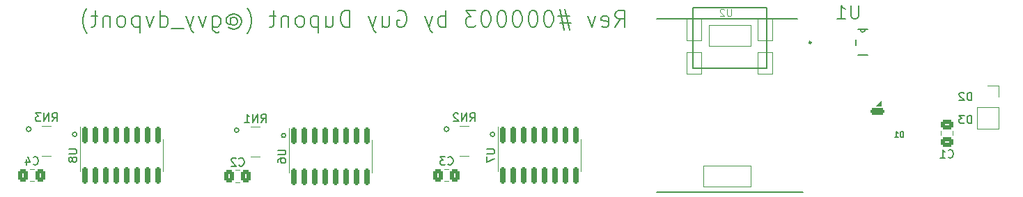
<source format=gbo>
G04 #@! TF.GenerationSoftware,KiCad,Pcbnew,(6.0.6-0)*
G04 #@! TF.CreationDate,2022-09-14T12:48:58-04:00*
G04 #@! TF.ProjectId,dial_toner_mx,6469616c-5f74-46f6-9e65-725f6d782e6b,rev?*
G04 #@! TF.SameCoordinates,Original*
G04 #@! TF.FileFunction,Legend,Bot*
G04 #@! TF.FilePolarity,Positive*
%FSLAX46Y46*%
G04 Gerber Fmt 4.6, Leading zero omitted, Abs format (unit mm)*
G04 Created by KiCad (PCBNEW (6.0.6-0)) date 2022-09-14 12:48:58*
%MOMM*%
%LPD*%
G01*
G04 APERTURE LIST*
G04 Aperture macros list*
%AMRoundRect*
0 Rectangle with rounded corners*
0 $1 Rounding radius*
0 $2 $3 $4 $5 $6 $7 $8 $9 X,Y pos of 4 corners*
0 Add a 4 corners polygon primitive as box body*
4,1,4,$2,$3,$4,$5,$6,$7,$8,$9,$2,$3,0*
0 Add four circle primitives for the rounded corners*
1,1,$1+$1,$2,$3*
1,1,$1+$1,$4,$5*
1,1,$1+$1,$6,$7*
1,1,$1+$1,$8,$9*
0 Add four rect primitives between the rounded corners*
20,1,$1+$1,$2,$3,$4,$5,0*
20,1,$1+$1,$4,$5,$6,$7,0*
20,1,$1+$1,$6,$7,$8,$9,0*
20,1,$1+$1,$8,$9,$2,$3,0*%
G04 Aperture macros list end*
%ADD10C,0.150000*%
%ADD11C,0.101600*%
%ADD12C,0.120000*%
%ADD13C,0.152400*%
%ADD14C,0.100000*%
%ADD15C,0.066040*%
%ADD16C,0.127000*%
%ADD17C,0.254000*%
%ADD18R,1.700000X1.700000*%
%ADD19O,1.700000X1.700000*%
%ADD20RoundRect,0.250000X0.337500X0.475000X-0.337500X0.475000X-0.337500X-0.475000X0.337500X-0.475000X0*%
%ADD21RoundRect,0.250000X-0.475000X0.337500X-0.475000X-0.337500X0.475000X-0.337500X0.475000X0.337500X0*%
%ADD22C,1.700000*%
%ADD23C,1.701800*%
%ADD24C,0.990600*%
%ADD25C,3.429000*%
%ADD26C,2.032000*%
%ADD27R,0.800000X0.480000*%
%ADD28R,0.800000X0.320000*%
%ADD29R,1.270000X0.558800*%
%ADD30R,1.700000X0.820000*%
%ADD31RoundRect,0.205000X0.645000X0.205000X-0.645000X0.205000X-0.645000X-0.205000X0.645000X-0.205000X0*%
%ADD32RoundRect,0.150000X-0.150000X0.825000X-0.150000X-0.825000X0.150000X-0.825000X0.150000X0.825000X0*%
%ADD33O,2.748280X1.998980*%
G04 APERTURE END LIST*
D10*
X206605095Y-131516380D02*
X206605095Y-130516380D01*
X206367000Y-130516380D01*
X206224142Y-130564000D01*
X206128904Y-130659238D01*
X206081285Y-130754476D01*
X206033666Y-130944952D01*
X206033666Y-131087809D01*
X206081285Y-131278285D01*
X206128904Y-131373523D01*
X206224142Y-131468761D01*
X206367000Y-131516380D01*
X206605095Y-131516380D01*
X205700333Y-130516380D02*
X205081285Y-130516380D01*
X205414619Y-130897333D01*
X205271761Y-130897333D01*
X205176523Y-130944952D01*
X205128904Y-130992571D01*
X205081285Y-131087809D01*
X205081285Y-131325904D01*
X205128904Y-131421142D01*
X205176523Y-131468761D01*
X205271761Y-131516380D01*
X205557476Y-131516380D01*
X205652714Y-131468761D01*
X205700333Y-131421142D01*
X206605095Y-128722380D02*
X206605095Y-127722380D01*
X206367000Y-127722380D01*
X206224142Y-127770000D01*
X206128904Y-127865238D01*
X206081285Y-127960476D01*
X206033666Y-128150952D01*
X206033666Y-128293809D01*
X206081285Y-128484285D01*
X206128904Y-128579523D01*
X206224142Y-128674761D01*
X206367000Y-128722380D01*
X206605095Y-128722380D01*
X205652714Y-127817619D02*
X205605095Y-127770000D01*
X205509857Y-127722380D01*
X205271761Y-127722380D01*
X205176523Y-127770000D01*
X205128904Y-127817619D01*
X205081285Y-127912857D01*
X205081285Y-128008095D01*
X205128904Y-128150952D01*
X205700333Y-128722380D01*
X205081285Y-128722380D01*
X143031981Y-132207000D02*
G75*
G03*
X143031981Y-132207000I-283981J0D01*
G01*
X117475000Y-132334000D02*
G75*
G03*
X117475000Y-132334000I-254000J0D01*
G01*
X92231981Y-132207000D02*
G75*
G03*
X92231981Y-132207000I-283981J0D01*
G01*
X123190000Y-132969000D02*
G75*
G03*
X123190000Y-132969000I-254000J0D01*
G01*
X148590000Y-132842000D02*
G75*
G03*
X148590000Y-132842000I-254000J0D01*
G01*
X97790000Y-132842000D02*
G75*
G03*
X97790000Y-132842000I-254000J0D01*
G01*
X163254523Y-119776761D02*
X163921190Y-118824380D01*
X164397380Y-119776761D02*
X164397380Y-117776761D01*
X163635476Y-117776761D01*
X163445000Y-117872000D01*
X163349761Y-117967238D01*
X163254523Y-118157714D01*
X163254523Y-118443428D01*
X163349761Y-118633904D01*
X163445000Y-118729142D01*
X163635476Y-118824380D01*
X164397380Y-118824380D01*
X161635476Y-119681523D02*
X161825952Y-119776761D01*
X162206904Y-119776761D01*
X162397380Y-119681523D01*
X162492619Y-119491047D01*
X162492619Y-118729142D01*
X162397380Y-118538666D01*
X162206904Y-118443428D01*
X161825952Y-118443428D01*
X161635476Y-118538666D01*
X161540238Y-118729142D01*
X161540238Y-118919619D01*
X162492619Y-119110095D01*
X160873571Y-118443428D02*
X160397380Y-119776761D01*
X159921190Y-118443428D01*
X157730714Y-118443428D02*
X156302142Y-118443428D01*
X157159285Y-117586285D02*
X157730714Y-120157714D01*
X156492619Y-119300571D02*
X157921190Y-119300571D01*
X157064047Y-120157714D02*
X156492619Y-117586285D01*
X155254523Y-117776761D02*
X155064047Y-117776761D01*
X154873571Y-117872000D01*
X154778333Y-117967238D01*
X154683095Y-118157714D01*
X154587857Y-118538666D01*
X154587857Y-119014857D01*
X154683095Y-119395809D01*
X154778333Y-119586285D01*
X154873571Y-119681523D01*
X155064047Y-119776761D01*
X155254523Y-119776761D01*
X155445000Y-119681523D01*
X155540238Y-119586285D01*
X155635476Y-119395809D01*
X155730714Y-119014857D01*
X155730714Y-118538666D01*
X155635476Y-118157714D01*
X155540238Y-117967238D01*
X155445000Y-117872000D01*
X155254523Y-117776761D01*
X153349761Y-117776761D02*
X153159285Y-117776761D01*
X152968809Y-117872000D01*
X152873571Y-117967238D01*
X152778333Y-118157714D01*
X152683095Y-118538666D01*
X152683095Y-119014857D01*
X152778333Y-119395809D01*
X152873571Y-119586285D01*
X152968809Y-119681523D01*
X153159285Y-119776761D01*
X153349761Y-119776761D01*
X153540238Y-119681523D01*
X153635476Y-119586285D01*
X153730714Y-119395809D01*
X153825952Y-119014857D01*
X153825952Y-118538666D01*
X153730714Y-118157714D01*
X153635476Y-117967238D01*
X153540238Y-117872000D01*
X153349761Y-117776761D01*
X151445000Y-117776761D02*
X151254523Y-117776761D01*
X151064047Y-117872000D01*
X150968809Y-117967238D01*
X150873571Y-118157714D01*
X150778333Y-118538666D01*
X150778333Y-119014857D01*
X150873571Y-119395809D01*
X150968809Y-119586285D01*
X151064047Y-119681523D01*
X151254523Y-119776761D01*
X151445000Y-119776761D01*
X151635476Y-119681523D01*
X151730714Y-119586285D01*
X151825952Y-119395809D01*
X151921190Y-119014857D01*
X151921190Y-118538666D01*
X151825952Y-118157714D01*
X151730714Y-117967238D01*
X151635476Y-117872000D01*
X151445000Y-117776761D01*
X149540238Y-117776761D02*
X149349761Y-117776761D01*
X149159285Y-117872000D01*
X149064047Y-117967238D01*
X148968809Y-118157714D01*
X148873571Y-118538666D01*
X148873571Y-119014857D01*
X148968809Y-119395809D01*
X149064047Y-119586285D01*
X149159285Y-119681523D01*
X149349761Y-119776761D01*
X149540238Y-119776761D01*
X149730714Y-119681523D01*
X149825952Y-119586285D01*
X149921190Y-119395809D01*
X150016428Y-119014857D01*
X150016428Y-118538666D01*
X149921190Y-118157714D01*
X149825952Y-117967238D01*
X149730714Y-117872000D01*
X149540238Y-117776761D01*
X147635476Y-117776761D02*
X147445000Y-117776761D01*
X147254523Y-117872000D01*
X147159285Y-117967238D01*
X147064047Y-118157714D01*
X146968809Y-118538666D01*
X146968809Y-119014857D01*
X147064047Y-119395809D01*
X147159285Y-119586285D01*
X147254523Y-119681523D01*
X147445000Y-119776761D01*
X147635476Y-119776761D01*
X147825952Y-119681523D01*
X147921190Y-119586285D01*
X148016428Y-119395809D01*
X148111666Y-119014857D01*
X148111666Y-118538666D01*
X148016428Y-118157714D01*
X147921190Y-117967238D01*
X147825952Y-117872000D01*
X147635476Y-117776761D01*
X146302142Y-117776761D02*
X145064047Y-117776761D01*
X145730714Y-118538666D01*
X145445000Y-118538666D01*
X145254523Y-118633904D01*
X145159285Y-118729142D01*
X145064047Y-118919619D01*
X145064047Y-119395809D01*
X145159285Y-119586285D01*
X145254523Y-119681523D01*
X145445000Y-119776761D01*
X146016428Y-119776761D01*
X146206904Y-119681523D01*
X146302142Y-119586285D01*
X142683095Y-119776761D02*
X142683095Y-117776761D01*
X142683095Y-118538666D02*
X142492619Y-118443428D01*
X142111666Y-118443428D01*
X141921190Y-118538666D01*
X141825952Y-118633904D01*
X141730714Y-118824380D01*
X141730714Y-119395809D01*
X141825952Y-119586285D01*
X141921190Y-119681523D01*
X142111666Y-119776761D01*
X142492619Y-119776761D01*
X142683095Y-119681523D01*
X141064047Y-118443428D02*
X140587857Y-119776761D01*
X140111666Y-118443428D02*
X140587857Y-119776761D01*
X140778333Y-120252952D01*
X140873571Y-120348190D01*
X141064047Y-120443428D01*
X136778333Y-117872000D02*
X136968809Y-117776761D01*
X137254523Y-117776761D01*
X137540238Y-117872000D01*
X137730714Y-118062476D01*
X137825952Y-118252952D01*
X137921190Y-118633904D01*
X137921190Y-118919619D01*
X137825952Y-119300571D01*
X137730714Y-119491047D01*
X137540238Y-119681523D01*
X137254523Y-119776761D01*
X137064047Y-119776761D01*
X136778333Y-119681523D01*
X136683095Y-119586285D01*
X136683095Y-118919619D01*
X137064047Y-118919619D01*
X134968809Y-118443428D02*
X134968809Y-119776761D01*
X135825952Y-118443428D02*
X135825952Y-119491047D01*
X135730714Y-119681523D01*
X135540238Y-119776761D01*
X135254523Y-119776761D01*
X135064047Y-119681523D01*
X134968809Y-119586285D01*
X134206904Y-118443428D02*
X133730714Y-119776761D01*
X133254523Y-118443428D02*
X133730714Y-119776761D01*
X133921190Y-120252952D01*
X134016428Y-120348190D01*
X134206904Y-120443428D01*
X130968809Y-119776761D02*
X130968809Y-117776761D01*
X130492619Y-117776761D01*
X130206904Y-117872000D01*
X130016428Y-118062476D01*
X129921190Y-118252952D01*
X129825952Y-118633904D01*
X129825952Y-118919619D01*
X129921190Y-119300571D01*
X130016428Y-119491047D01*
X130206904Y-119681523D01*
X130492619Y-119776761D01*
X130968809Y-119776761D01*
X128111666Y-118443428D02*
X128111666Y-119776761D01*
X128968809Y-118443428D02*
X128968809Y-119491047D01*
X128873571Y-119681523D01*
X128683095Y-119776761D01*
X128397380Y-119776761D01*
X128206904Y-119681523D01*
X128111666Y-119586285D01*
X127159285Y-118443428D02*
X127159285Y-120443428D01*
X127159285Y-118538666D02*
X126968809Y-118443428D01*
X126587857Y-118443428D01*
X126397380Y-118538666D01*
X126302142Y-118633904D01*
X126206904Y-118824380D01*
X126206904Y-119395809D01*
X126302142Y-119586285D01*
X126397380Y-119681523D01*
X126587857Y-119776761D01*
X126968809Y-119776761D01*
X127159285Y-119681523D01*
X125064047Y-119776761D02*
X125254523Y-119681523D01*
X125349761Y-119586285D01*
X125445000Y-119395809D01*
X125445000Y-118824380D01*
X125349761Y-118633904D01*
X125254523Y-118538666D01*
X125064047Y-118443428D01*
X124778333Y-118443428D01*
X124587857Y-118538666D01*
X124492619Y-118633904D01*
X124397380Y-118824380D01*
X124397380Y-119395809D01*
X124492619Y-119586285D01*
X124587857Y-119681523D01*
X124778333Y-119776761D01*
X125064047Y-119776761D01*
X123540238Y-118443428D02*
X123540238Y-119776761D01*
X123540238Y-118633904D02*
X123445000Y-118538666D01*
X123254523Y-118443428D01*
X122968809Y-118443428D01*
X122778333Y-118538666D01*
X122683095Y-118729142D01*
X122683095Y-119776761D01*
X122016428Y-118443428D02*
X121254523Y-118443428D01*
X121730714Y-117776761D02*
X121730714Y-119491047D01*
X121635476Y-119681523D01*
X121445000Y-119776761D01*
X121254523Y-119776761D01*
X118492619Y-120538666D02*
X118587857Y-120443428D01*
X118778333Y-120157714D01*
X118873571Y-119967238D01*
X118968809Y-119681523D01*
X119064047Y-119205333D01*
X119064047Y-118824380D01*
X118968809Y-118348190D01*
X118873571Y-118062476D01*
X118778333Y-117872000D01*
X118587857Y-117586285D01*
X118492619Y-117491047D01*
X116492619Y-118824380D02*
X116587857Y-118729142D01*
X116778333Y-118633904D01*
X116968809Y-118633904D01*
X117159285Y-118729142D01*
X117254523Y-118824380D01*
X117349761Y-119014857D01*
X117349761Y-119205333D01*
X117254523Y-119395809D01*
X117159285Y-119491047D01*
X116968809Y-119586285D01*
X116778333Y-119586285D01*
X116587857Y-119491047D01*
X116492619Y-119395809D01*
X116492619Y-118633904D02*
X116492619Y-119395809D01*
X116397380Y-119491047D01*
X116302142Y-119491047D01*
X116111666Y-119395809D01*
X116016428Y-119205333D01*
X116016428Y-118729142D01*
X116206904Y-118443428D01*
X116492619Y-118252952D01*
X116873571Y-118157714D01*
X117254523Y-118252952D01*
X117540238Y-118443428D01*
X117730714Y-118729142D01*
X117825952Y-119110095D01*
X117730714Y-119491047D01*
X117540238Y-119776761D01*
X117254523Y-119967238D01*
X116873571Y-120062476D01*
X116492619Y-119967238D01*
X116206904Y-119776761D01*
X114302142Y-118443428D02*
X114302142Y-120062476D01*
X114397380Y-120252952D01*
X114492619Y-120348190D01*
X114683095Y-120443428D01*
X114968809Y-120443428D01*
X115159285Y-120348190D01*
X114302142Y-119681523D02*
X114492619Y-119776761D01*
X114873571Y-119776761D01*
X115064047Y-119681523D01*
X115159285Y-119586285D01*
X115254523Y-119395809D01*
X115254523Y-118824380D01*
X115159285Y-118633904D01*
X115064047Y-118538666D01*
X114873571Y-118443428D01*
X114492619Y-118443428D01*
X114302142Y-118538666D01*
X113540238Y-118443428D02*
X113064047Y-119776761D01*
X112587857Y-118443428D01*
X112016428Y-118443428D02*
X111540238Y-119776761D01*
X111064047Y-118443428D02*
X111540238Y-119776761D01*
X111730714Y-120252952D01*
X111825952Y-120348190D01*
X112016428Y-120443428D01*
X110778333Y-119967238D02*
X109254523Y-119967238D01*
X107921190Y-119776761D02*
X107921190Y-117776761D01*
X107921190Y-119681523D02*
X108111666Y-119776761D01*
X108492619Y-119776761D01*
X108683095Y-119681523D01*
X108778333Y-119586285D01*
X108873571Y-119395809D01*
X108873571Y-118824380D01*
X108778333Y-118633904D01*
X108683095Y-118538666D01*
X108492619Y-118443428D01*
X108111666Y-118443428D01*
X107921190Y-118538666D01*
X107159285Y-118443428D02*
X106683095Y-119776761D01*
X106206904Y-118443428D01*
X105445000Y-118443428D02*
X105445000Y-120443428D01*
X105445000Y-118538666D02*
X105254523Y-118443428D01*
X104873571Y-118443428D01*
X104683095Y-118538666D01*
X104587857Y-118633904D01*
X104492619Y-118824380D01*
X104492619Y-119395809D01*
X104587857Y-119586285D01*
X104683095Y-119681523D01*
X104873571Y-119776761D01*
X105254523Y-119776761D01*
X105445000Y-119681523D01*
X103349761Y-119776761D02*
X103540238Y-119681523D01*
X103635476Y-119586285D01*
X103730714Y-119395809D01*
X103730714Y-118824380D01*
X103635476Y-118633904D01*
X103540238Y-118538666D01*
X103349761Y-118443428D01*
X103064047Y-118443428D01*
X102873571Y-118538666D01*
X102778333Y-118633904D01*
X102683095Y-118824380D01*
X102683095Y-119395809D01*
X102778333Y-119586285D01*
X102873571Y-119681523D01*
X103064047Y-119776761D01*
X103349761Y-119776761D01*
X101825952Y-118443428D02*
X101825952Y-119776761D01*
X101825952Y-118633904D02*
X101730714Y-118538666D01*
X101540238Y-118443428D01*
X101254523Y-118443428D01*
X101064047Y-118538666D01*
X100968809Y-118729142D01*
X100968809Y-119776761D01*
X100302142Y-118443428D02*
X99540238Y-118443428D01*
X100016428Y-117776761D02*
X100016428Y-119491047D01*
X99921190Y-119681523D01*
X99730714Y-119776761D01*
X99540238Y-119776761D01*
X99064047Y-120538666D02*
X98968809Y-120443428D01*
X98778333Y-120157714D01*
X98683095Y-119967238D01*
X98587857Y-119681523D01*
X98492619Y-119205333D01*
X98492619Y-118824380D01*
X98587857Y-118348190D01*
X98683095Y-118062476D01*
X98778333Y-117872000D01*
X98968809Y-117586285D01*
X99064047Y-117491047D01*
X92495666Y-136472142D02*
X92543285Y-136519761D01*
X92686142Y-136567380D01*
X92781380Y-136567380D01*
X92924238Y-136519761D01*
X93019476Y-136424523D01*
X93067095Y-136329285D01*
X93114714Y-136138809D01*
X93114714Y-135995952D01*
X93067095Y-135805476D01*
X93019476Y-135710238D01*
X92924238Y-135615000D01*
X92781380Y-135567380D01*
X92686142Y-135567380D01*
X92543285Y-135615000D01*
X92495666Y-135662619D01*
X91638523Y-135900714D02*
X91638523Y-136567380D01*
X91876619Y-135519761D02*
X92114714Y-136234047D01*
X91495666Y-136234047D01*
X142914666Y-136472142D02*
X142962285Y-136519761D01*
X143105142Y-136567380D01*
X143200380Y-136567380D01*
X143343238Y-136519761D01*
X143438476Y-136424523D01*
X143486095Y-136329285D01*
X143533714Y-136138809D01*
X143533714Y-135995952D01*
X143486095Y-135805476D01*
X143438476Y-135710238D01*
X143343238Y-135615000D01*
X143200380Y-135567380D01*
X143105142Y-135567380D01*
X142962285Y-135615000D01*
X142914666Y-135662619D01*
X142581333Y-135567380D02*
X141962285Y-135567380D01*
X142295619Y-135948333D01*
X142152761Y-135948333D01*
X142057523Y-135995952D01*
X142009904Y-136043571D01*
X141962285Y-136138809D01*
X141962285Y-136376904D01*
X142009904Y-136472142D01*
X142057523Y-136519761D01*
X142152761Y-136567380D01*
X142438476Y-136567380D01*
X142533714Y-136519761D01*
X142581333Y-136472142D01*
X117514666Y-136599142D02*
X117562285Y-136646761D01*
X117705142Y-136694380D01*
X117800380Y-136694380D01*
X117943238Y-136646761D01*
X118038476Y-136551523D01*
X118086095Y-136456285D01*
X118133714Y-136265809D01*
X118133714Y-136122952D01*
X118086095Y-135932476D01*
X118038476Y-135837238D01*
X117943238Y-135742000D01*
X117800380Y-135694380D01*
X117705142Y-135694380D01*
X117562285Y-135742000D01*
X117514666Y-135789619D01*
X117133714Y-135789619D02*
X117086095Y-135742000D01*
X116990857Y-135694380D01*
X116752761Y-135694380D01*
X116657523Y-135742000D01*
X116609904Y-135789619D01*
X116562285Y-135884857D01*
X116562285Y-135980095D01*
X116609904Y-136122952D01*
X117181333Y-136694380D01*
X116562285Y-136694380D01*
X203747666Y-135612142D02*
X203795285Y-135659761D01*
X203938142Y-135707380D01*
X204033380Y-135707380D01*
X204176238Y-135659761D01*
X204271476Y-135564523D01*
X204319095Y-135469285D01*
X204366714Y-135278809D01*
X204366714Y-135135952D01*
X204319095Y-134945476D01*
X204271476Y-134850238D01*
X204176238Y-134755000D01*
X204033380Y-134707380D01*
X203938142Y-134707380D01*
X203795285Y-134755000D01*
X203747666Y-134802619D01*
X202795285Y-135707380D02*
X203366714Y-135707380D01*
X203081000Y-135707380D02*
X203081000Y-134707380D01*
X203176238Y-134850238D01*
X203271476Y-134945476D01*
X203366714Y-134993095D01*
X145597476Y-131256380D02*
X145930809Y-130780190D01*
X146168904Y-131256380D02*
X146168904Y-130256380D01*
X145787952Y-130256380D01*
X145692714Y-130304000D01*
X145645095Y-130351619D01*
X145597476Y-130446857D01*
X145597476Y-130589714D01*
X145645095Y-130684952D01*
X145692714Y-130732571D01*
X145787952Y-130780190D01*
X146168904Y-130780190D01*
X145168904Y-131256380D02*
X145168904Y-130256380D01*
X144597476Y-131256380D01*
X144597476Y-130256380D01*
X144168904Y-130351619D02*
X144121285Y-130304000D01*
X144026047Y-130256380D01*
X143787952Y-130256380D01*
X143692714Y-130304000D01*
X143645095Y-130351619D01*
X143597476Y-130446857D01*
X143597476Y-130542095D01*
X143645095Y-130684952D01*
X144216523Y-131256380D01*
X143597476Y-131256380D01*
X192841840Y-117159710D02*
X192841840Y-118487565D01*
X192763731Y-118643783D01*
X192685622Y-118721892D01*
X192529404Y-118800001D01*
X192216967Y-118800001D01*
X192060749Y-118721892D01*
X191982640Y-118643783D01*
X191904531Y-118487565D01*
X191904531Y-117159710D01*
X190264240Y-118800001D02*
X191201549Y-118800001D01*
X190732894Y-118800001D02*
X190732894Y-117159710D01*
X190889113Y-117394037D01*
X191045331Y-117550255D01*
X191201549Y-117628364D01*
X120197476Y-131383380D02*
X120530809Y-130907190D01*
X120768904Y-131383380D02*
X120768904Y-130383380D01*
X120387952Y-130383380D01*
X120292714Y-130431000D01*
X120245095Y-130478619D01*
X120197476Y-130573857D01*
X120197476Y-130716714D01*
X120245095Y-130811952D01*
X120292714Y-130859571D01*
X120387952Y-130907190D01*
X120768904Y-130907190D01*
X119768904Y-131383380D02*
X119768904Y-130383380D01*
X119197476Y-131383380D01*
X119197476Y-130383380D01*
X118197476Y-131383380D02*
X118768904Y-131383380D01*
X118483190Y-131383380D02*
X118483190Y-130383380D01*
X118578428Y-130526238D01*
X118673666Y-130621476D01*
X118768904Y-130669095D01*
X198306666Y-133200666D02*
X198306666Y-132500666D01*
X198140000Y-132500666D01*
X198040000Y-132534000D01*
X197973333Y-132600666D01*
X197940000Y-132667333D01*
X197906666Y-132800666D01*
X197906666Y-132900666D01*
X197940000Y-133034000D01*
X197973333Y-133100666D01*
X198040000Y-133167333D01*
X198140000Y-133200666D01*
X198306666Y-133200666D01*
X197240000Y-133200666D02*
X197640000Y-133200666D01*
X197440000Y-133200666D02*
X197440000Y-132500666D01*
X197506666Y-132600666D01*
X197573333Y-132667333D01*
X197640000Y-132700666D01*
X94797476Y-131256380D02*
X95130809Y-130780190D01*
X95368904Y-131256380D02*
X95368904Y-130256380D01*
X94987952Y-130256380D01*
X94892714Y-130304000D01*
X94845095Y-130351619D01*
X94797476Y-130446857D01*
X94797476Y-130589714D01*
X94845095Y-130684952D01*
X94892714Y-130732571D01*
X94987952Y-130780190D01*
X95368904Y-130780190D01*
X94368904Y-131256380D02*
X94368904Y-130256380D01*
X93797476Y-131256380D01*
X93797476Y-130256380D01*
X93416523Y-130256380D02*
X92797476Y-130256380D01*
X93130809Y-130637333D01*
X92987952Y-130637333D01*
X92892714Y-130684952D01*
X92845095Y-130732571D01*
X92797476Y-130827809D01*
X92797476Y-131065904D01*
X92845095Y-131161142D01*
X92892714Y-131208761D01*
X92987952Y-131256380D01*
X93273666Y-131256380D01*
X93368904Y-131208761D01*
X93416523Y-131161142D01*
X147603380Y-134620095D02*
X148412904Y-134620095D01*
X148508142Y-134667714D01*
X148555761Y-134715333D01*
X148603380Y-134810571D01*
X148603380Y-135001047D01*
X148555761Y-135096285D01*
X148508142Y-135143904D01*
X148412904Y-135191523D01*
X147603380Y-135191523D01*
X147603380Y-135572476D02*
X147603380Y-136239142D01*
X148603380Y-135810571D01*
D11*
X177397833Y-117559666D02*
X177397833Y-118279333D01*
X177355500Y-118364000D01*
X177313166Y-118406333D01*
X177228500Y-118448666D01*
X177059166Y-118448666D01*
X176974500Y-118406333D01*
X176932166Y-118364000D01*
X176889833Y-118279333D01*
X176889833Y-117559666D01*
X176508833Y-117644333D02*
X176466500Y-117602000D01*
X176381833Y-117559666D01*
X176170166Y-117559666D01*
X176085500Y-117602000D01*
X176043166Y-117644333D01*
X176000833Y-117729000D01*
X176000833Y-117813666D01*
X176043166Y-117940666D01*
X176551166Y-118448666D01*
X176000833Y-118448666D01*
D10*
X122203380Y-134747095D02*
X123012904Y-134747095D01*
X123108142Y-134794714D01*
X123155761Y-134842333D01*
X123203380Y-134937571D01*
X123203380Y-135128047D01*
X123155761Y-135223285D01*
X123108142Y-135270904D01*
X123012904Y-135318523D01*
X122203380Y-135318523D01*
X122203380Y-136223285D02*
X122203380Y-136032809D01*
X122251000Y-135937571D01*
X122298619Y-135889952D01*
X122441476Y-135794714D01*
X122631952Y-135747095D01*
X123012904Y-135747095D01*
X123108142Y-135794714D01*
X123155761Y-135842333D01*
X123203380Y-135937571D01*
X123203380Y-136128047D01*
X123155761Y-136223285D01*
X123108142Y-136270904D01*
X123012904Y-136318523D01*
X122774809Y-136318523D01*
X122679571Y-136270904D01*
X122631952Y-136223285D01*
X122584333Y-136128047D01*
X122584333Y-135937571D01*
X122631952Y-135842333D01*
X122679571Y-135794714D01*
X122774809Y-135747095D01*
X96803380Y-134620095D02*
X97612904Y-134620095D01*
X97708142Y-134667714D01*
X97755761Y-134715333D01*
X97803380Y-134810571D01*
X97803380Y-135001047D01*
X97755761Y-135096285D01*
X97708142Y-135143904D01*
X97612904Y-135191523D01*
X96803380Y-135191523D01*
X97231952Y-135810571D02*
X97184333Y-135715333D01*
X97136714Y-135667714D01*
X97041476Y-135620095D01*
X96993857Y-135620095D01*
X96898619Y-135667714D01*
X96851000Y-135715333D01*
X96803380Y-135810571D01*
X96803380Y-136001047D01*
X96851000Y-136096285D01*
X96898619Y-136143904D01*
X96993857Y-136191523D01*
X97041476Y-136191523D01*
X97136714Y-136143904D01*
X97184333Y-136096285D01*
X97231952Y-136001047D01*
X97231952Y-135810571D01*
X97279571Y-135715333D01*
X97327190Y-135667714D01*
X97422428Y-135620095D01*
X97612904Y-135620095D01*
X97708142Y-135667714D01*
X97755761Y-135715333D01*
X97803380Y-135810571D01*
X97803380Y-136001047D01*
X97755761Y-136096285D01*
X97708142Y-136143904D01*
X97612904Y-136191523D01*
X97422428Y-136191523D01*
X97327190Y-136143904D01*
X97279571Y-136096285D01*
X97231952Y-136001047D01*
D12*
X209864000Y-128270000D02*
X209864000Y-126940000D01*
X209864000Y-132140000D02*
X207204000Y-132140000D01*
X209864000Y-129540000D02*
X209864000Y-132140000D01*
X209864000Y-129540000D02*
X207204000Y-129540000D01*
X209864000Y-126940000D02*
X208534000Y-126940000D01*
X207204000Y-129540000D02*
X207204000Y-132140000D01*
X92590252Y-137060000D02*
X92067748Y-137060000D01*
X92590252Y-138530000D02*
X92067748Y-138530000D01*
X143009252Y-137060000D02*
X142486748Y-137060000D01*
X143009252Y-138530000D02*
X142486748Y-138530000D01*
X117609252Y-137187000D02*
X117086748Y-137187000D01*
X117609252Y-138657000D02*
X117086748Y-138657000D01*
X202846000Y-132432248D02*
X202846000Y-132954752D01*
X204316000Y-132432248D02*
X204316000Y-132954752D01*
X144377000Y-131784000D02*
X145437000Y-131784000D01*
X144377000Y-135424000D02*
X145437000Y-135424000D01*
D13*
X193040200Y-120090600D02*
X193649800Y-120090600D01*
X192506800Y-121970200D02*
X192506800Y-121309800D01*
X193649800Y-120090600D02*
X193954600Y-120090600D01*
X192735400Y-120090600D02*
X193040200Y-120090600D01*
X193954600Y-123189400D02*
X192735400Y-123189400D01*
X193040200Y-120090600D02*
G75*
G03*
X193649800Y-120090600I304800J0D01*
G01*
D12*
X118977000Y-135551000D02*
X120037000Y-135551000D01*
X118977000Y-131911000D02*
X120037000Y-131911000D01*
G36*
X195590000Y-129384000D02*
G01*
X194990000Y-129384000D01*
X195590000Y-128784000D01*
X195590000Y-129384000D01*
G37*
D14*
X195590000Y-129384000D02*
X194990000Y-129384000D01*
X195590000Y-128784000D01*
X195590000Y-129384000D01*
D12*
X93577000Y-135424000D02*
X94637000Y-135424000D01*
X93577000Y-131784000D02*
X94637000Y-131784000D01*
X159111000Y-135382000D02*
X159111000Y-137332000D01*
X159111000Y-135382000D02*
X159111000Y-133432000D01*
X148991000Y-135382000D02*
X148991000Y-137332000D01*
X148991000Y-135382000D02*
X148991000Y-131932000D01*
D15*
X173736000Y-121412000D02*
X173736000Y-118745000D01*
X179705000Y-119507000D02*
X174625000Y-119507000D01*
X174625000Y-122047000D02*
X174625000Y-119507000D01*
X173736000Y-125478540D02*
X171958000Y-125478540D01*
X182372000Y-118745000D02*
X180594000Y-118745000D01*
D16*
X181655720Y-117403880D02*
X172661580Y-117403880D01*
D15*
X171958000Y-125478540D02*
X171958000Y-122809000D01*
X180594000Y-125478540D02*
X180594000Y-122809000D01*
X179705000Y-139192000D02*
X173990000Y-139192000D01*
X179705000Y-136652000D02*
X173990000Y-136652000D01*
X173990000Y-139192000D02*
X173990000Y-136652000D01*
X182372000Y-125478540D02*
X180594000Y-125478540D01*
X173736000Y-121412000D02*
X171958000Y-121412000D01*
X182372000Y-122809000D02*
X180594000Y-122809000D01*
D16*
X181660800Y-124757180D02*
X181660800Y-117403880D01*
D15*
X179705000Y-139192000D02*
X179705000Y-136652000D01*
D16*
X172661580Y-117403880D02*
X172661580Y-124757180D01*
D15*
X182372000Y-121412000D02*
X180594000Y-121412000D01*
X179705000Y-122047000D02*
X179705000Y-119507000D01*
X180594000Y-121412000D02*
X180594000Y-118745000D01*
D16*
X186055000Y-139827000D02*
X168257220Y-139827000D01*
D15*
X171958000Y-121412000D02*
X171958000Y-118745000D01*
X173736000Y-125478540D02*
X173736000Y-122809000D01*
X182372000Y-121412000D02*
X182372000Y-118745000D01*
X173736000Y-118745000D02*
X171958000Y-118745000D01*
D16*
X172661580Y-124757180D02*
X181660800Y-124757180D01*
D15*
X179705000Y-122047000D02*
X174625000Y-122047000D01*
X173736000Y-122809000D02*
X171958000Y-122809000D01*
D16*
X168257220Y-118828820D02*
X185384440Y-118828820D01*
D15*
X182372000Y-125478540D02*
X182372000Y-122809000D01*
D17*
X187071000Y-121666000D02*
G75*
G03*
X187071000Y-121666000I-127000J0D01*
G01*
D12*
X123591000Y-135509000D02*
X123591000Y-132059000D01*
X133711000Y-135509000D02*
X133711000Y-133559000D01*
X133711000Y-135509000D02*
X133711000Y-137459000D01*
X123591000Y-135509000D02*
X123591000Y-137459000D01*
X98191000Y-135382000D02*
X98191000Y-137332000D01*
X108311000Y-135382000D02*
X108311000Y-133432000D01*
X98191000Y-135382000D02*
X98191000Y-131932000D01*
X108311000Y-135382000D02*
X108311000Y-137332000D01*
%LPC*%
D18*
X208534000Y-128270000D03*
D19*
X208534000Y-130810000D03*
D20*
X93366500Y-137795000D03*
X91291500Y-137795000D03*
X143785500Y-137795000D03*
X141710500Y-137795000D03*
X118385500Y-137922000D03*
X116310500Y-137922000D03*
D21*
X203581000Y-131656000D03*
X203581000Y-133731000D03*
D22*
X143256000Y-122682000D03*
X143256000Y-125222000D03*
X143256000Y-127762000D03*
X150876000Y-122682000D03*
X150876000Y-125222000D03*
X150876000Y-127762000D03*
D23*
X192290000Y-125958000D03*
D24*
X192570000Y-130158000D03*
D25*
X197790000Y-125958000D03*
D23*
X203290000Y-125958000D03*
D26*
X197790000Y-120058000D03*
X202790000Y-122158000D03*
D22*
X105156000Y-122682000D03*
X105156000Y-125222000D03*
X105156000Y-127762000D03*
X112776000Y-122682000D03*
X112776000Y-125222000D03*
X112776000Y-127762000D03*
X130556000Y-122682000D03*
X130556000Y-125222000D03*
X130556000Y-127762000D03*
X138176000Y-122682000D03*
X138176000Y-125222000D03*
X138176000Y-127762000D03*
X117856000Y-122682000D03*
X117856000Y-125222000D03*
X117856000Y-127762000D03*
X125476000Y-122682000D03*
X125476000Y-125222000D03*
X125476000Y-127762000D03*
X155956000Y-122682000D03*
X155956000Y-125222000D03*
X155956000Y-127762000D03*
X163576000Y-122682000D03*
X163576000Y-125222000D03*
X163576000Y-127762000D03*
X92456000Y-122682000D03*
X92456000Y-125222000D03*
X92456000Y-127762000D03*
X100076000Y-122682000D03*
X100076000Y-125222000D03*
X100076000Y-127762000D03*
D27*
X145807000Y-132244000D03*
D28*
X145807000Y-132964000D03*
X145807000Y-133604000D03*
X145807000Y-134244000D03*
D27*
X145807000Y-134964000D03*
X144007000Y-134964000D03*
D28*
X144007000Y-134244000D03*
X144007000Y-133604000D03*
X144007000Y-132964000D03*
D27*
X144007000Y-132244000D03*
D29*
X194640400Y-120700200D03*
X194640400Y-121640000D03*
X194640400Y-122579800D03*
X192049600Y-122579800D03*
X192049600Y-120700200D03*
D27*
X120407000Y-132371000D03*
D28*
X120407000Y-133091000D03*
X120407000Y-133731000D03*
X120407000Y-134371000D03*
D27*
X120407000Y-135091000D03*
X118607000Y-135091000D03*
D28*
X118607000Y-134371000D03*
X118607000Y-133731000D03*
X118607000Y-133091000D03*
D27*
X118607000Y-132371000D03*
D30*
X200457000Y-131534000D03*
X200457000Y-130034000D03*
D31*
X195123000Y-130034000D03*
D30*
X195123000Y-131534000D03*
D27*
X95007000Y-132244000D03*
D28*
X95007000Y-132964000D03*
X95007000Y-133604000D03*
X95007000Y-134244000D03*
D27*
X95007000Y-134964000D03*
X93207000Y-134964000D03*
D28*
X93207000Y-134244000D03*
X93207000Y-133604000D03*
X93207000Y-132964000D03*
D27*
X93207000Y-132244000D03*
D32*
X149606000Y-132907000D03*
X150876000Y-132907000D03*
X152146000Y-132907000D03*
X153416000Y-132907000D03*
X154686000Y-132907000D03*
X155956000Y-132907000D03*
X157226000Y-132907000D03*
X158496000Y-132907000D03*
X158496000Y-137857000D03*
X157226000Y-137857000D03*
X155956000Y-137857000D03*
X154686000Y-137857000D03*
X153416000Y-137857000D03*
X152146000Y-137857000D03*
X150876000Y-137857000D03*
X149606000Y-137857000D03*
D33*
X185221880Y-121709180D03*
X185221880Y-124249180D03*
X185221880Y-126789180D03*
X185221880Y-129329180D03*
X185221880Y-131869180D03*
X185221880Y-134409180D03*
X185221880Y-136949180D03*
X169057320Y-136949180D03*
X169057320Y-134409180D03*
X169057320Y-131869180D03*
X169057320Y-129329180D03*
X169057320Y-126789180D03*
X169057320Y-124249180D03*
X169057320Y-121709180D03*
D32*
X124206000Y-133034000D03*
X125476000Y-133034000D03*
X126746000Y-133034000D03*
X128016000Y-133034000D03*
X129286000Y-133034000D03*
X130556000Y-133034000D03*
X131826000Y-133034000D03*
X133096000Y-133034000D03*
X133096000Y-137984000D03*
X131826000Y-137984000D03*
X130556000Y-137984000D03*
X129286000Y-137984000D03*
X128016000Y-137984000D03*
X126746000Y-137984000D03*
X125476000Y-137984000D03*
X124206000Y-137984000D03*
X98806000Y-132907000D03*
X100076000Y-132907000D03*
X101346000Y-132907000D03*
X102616000Y-132907000D03*
X103886000Y-132907000D03*
X105156000Y-132907000D03*
X106426000Y-132907000D03*
X107696000Y-132907000D03*
X107696000Y-137857000D03*
X106426000Y-137857000D03*
X105156000Y-137857000D03*
X103886000Y-137857000D03*
X102616000Y-137857000D03*
X101346000Y-137857000D03*
X100076000Y-137857000D03*
X98806000Y-137857000D03*
M02*

</source>
